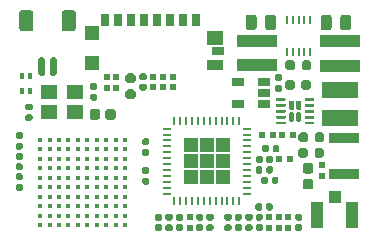
<source format=gbr>
%TF.GenerationSoftware,KiCad,Pcbnew,(5.1.6)-1*%
%TF.CreationDate,2020-08-10T23:05:38-07:00*%
%TF.ProjectId,Wire-Free-DAQ,57697265-2d46-4726-9565-2d4441512e6b,rev?*%
%TF.SameCoordinates,Original*%
%TF.FileFunction,Paste,Top*%
%TF.FilePolarity,Positive*%
%FSLAX46Y46*%
G04 Gerber Fmt 4.6, Leading zero omitted, Abs format (unit mm)*
G04 Created by KiCad (PCBNEW (5.1.6)-1) date 2020-08-10 23:05:38*
%MOMM*%
%LPD*%
G01*
G04 APERTURE LIST*
%ADD10R,1.170000X1.170000*%
%ADD11R,0.780000X0.260000*%
%ADD12R,0.260000X0.780000*%
%ADD13R,1.060000X0.650000*%
%ADD14C,0.370000*%
%ADD15R,0.260000X0.660000*%
%ADD16R,0.400000X0.500000*%
%ADD17R,1.050000X2.200000*%
%ADD18R,1.000000X1.050000*%
%ADD19R,1.400000X1.200000*%
%ADD20R,0.560000X0.490000*%
%ADD21R,0.490000X0.560000*%
%ADD22R,3.400000X1.000000*%
%ADD23R,2.620000X0.870000*%
%ADD24R,3.130000X1.470000*%
%ADD25R,1.400000X0.900000*%
%ADD26R,1.000000X0.700000*%
%ADD27R,1.450000X1.200000*%
%ADD28R,0.700000X1.000000*%
%ADD29R,1.150000X1.200000*%
G04 APERTURE END LIST*
D10*
%TO.C,U1*%
X136506600Y-58579700D03*
X135136600Y-58579700D03*
X137876600Y-58579700D03*
X135136600Y-57209700D03*
X137876600Y-57209700D03*
X137876600Y-55839700D03*
X136506600Y-57209700D03*
X136506600Y-55839700D03*
X135136600Y-55839700D03*
D11*
X139891600Y-54459700D03*
X139891600Y-54959700D03*
X139891600Y-55459700D03*
X139891600Y-55959700D03*
X139891600Y-56459700D03*
X139891600Y-56959700D03*
X139891600Y-57459700D03*
X139891600Y-57959700D03*
X139891600Y-58459700D03*
X139891600Y-58959700D03*
X139891600Y-59459700D03*
X139891600Y-59959700D03*
D12*
X139256600Y-60594700D03*
X138756600Y-60594700D03*
X138256600Y-60594700D03*
X137756600Y-60594700D03*
X137256600Y-60594700D03*
X136756600Y-60594700D03*
X136256600Y-60594700D03*
X135756600Y-60594700D03*
X135256600Y-60594700D03*
X134756600Y-60594700D03*
X134256600Y-60594700D03*
X133756600Y-60594700D03*
D11*
X133121600Y-59959700D03*
X133121600Y-59459700D03*
X133121600Y-58959700D03*
X133121600Y-58459700D03*
X133121600Y-57959700D03*
X133121600Y-57459700D03*
X133121600Y-56959700D03*
X133121600Y-56459700D03*
X133121600Y-55959700D03*
X133121600Y-55459700D03*
X133121600Y-54959700D03*
X133121600Y-54459700D03*
D12*
X133756600Y-53824700D03*
X134256600Y-53824700D03*
X134756600Y-53824700D03*
X135256600Y-53824700D03*
X135756600Y-53824700D03*
X136256600Y-53824700D03*
X136756600Y-53824700D03*
X137256600Y-53824700D03*
X137756600Y-53824700D03*
X138256600Y-53824700D03*
X138756600Y-53824700D03*
X139256600Y-53824700D03*
%TD*%
%TO.C,J1*%
G36*
G01*
X121822600Y-44685599D02*
X121822600Y-45985601D01*
G75*
G02*
X121572601Y-46235600I-249999J0D01*
G01*
X120872599Y-46235600D01*
G75*
G02*
X120622600Y-45985601I0J249999D01*
G01*
X120622600Y-44685599D01*
G75*
G02*
X120872599Y-44435600I249999J0D01*
G01*
X121572601Y-44435600D01*
G75*
G02*
X121822600Y-44685599I0J-249999D01*
G01*
G37*
G36*
G01*
X125422600Y-44685599D02*
X125422600Y-45985601D01*
G75*
G02*
X125172601Y-46235600I-249999J0D01*
G01*
X124472599Y-46235600D01*
G75*
G02*
X124222600Y-45985601I0J249999D01*
G01*
X124222600Y-44685599D01*
G75*
G02*
X124472599Y-44435600I249999J0D01*
G01*
X125172601Y-44435600D01*
G75*
G02*
X125422600Y-44685599I0J-249999D01*
G01*
G37*
G36*
G01*
X122822600Y-48585600D02*
X122822600Y-49835600D01*
G75*
G02*
X122672600Y-49985600I-150000J0D01*
G01*
X122372600Y-49985600D01*
G75*
G02*
X122222600Y-49835600I0J150000D01*
G01*
X122222600Y-48585600D01*
G75*
G02*
X122372600Y-48435600I150000J0D01*
G01*
X122672600Y-48435600D01*
G75*
G02*
X122822600Y-48585600I0J-150000D01*
G01*
G37*
G36*
G01*
X123822600Y-48585600D02*
X123822600Y-49835600D01*
G75*
G02*
X123672600Y-49985600I-150000J0D01*
G01*
X123372600Y-49985600D01*
G75*
G02*
X123222600Y-49835600I0J150000D01*
G01*
X123222600Y-48585600D01*
G75*
G02*
X123372600Y-48435600I150000J0D01*
G01*
X123672600Y-48435600D01*
G75*
G02*
X123822600Y-48585600I0J-150000D01*
G01*
G37*
%TD*%
%TO.C,C62*%
G36*
G01*
X129825900Y-51143200D02*
X130290900Y-51143200D01*
G75*
G02*
X130493400Y-51345700I0J-202500D01*
G01*
X130493400Y-51750700D01*
G75*
G02*
X130290900Y-51953200I-202500J0D01*
G01*
X129825900Y-51953200D01*
G75*
G02*
X129623400Y-51750700I0J202500D01*
G01*
X129623400Y-51345700D01*
G75*
G02*
X129825900Y-51143200I202500J0D01*
G01*
G37*
G36*
G01*
X129825900Y-49783200D02*
X130290900Y-49783200D01*
G75*
G02*
X130493400Y-49985700I0J-202500D01*
G01*
X130493400Y-50390700D01*
G75*
G02*
X130290900Y-50593200I-202500J0D01*
G01*
X129825900Y-50593200D01*
G75*
G02*
X129623400Y-50390700I0J202500D01*
G01*
X129623400Y-49985700D01*
G75*
G02*
X129825900Y-49783200I202500J0D01*
G01*
G37*
%TD*%
D13*
%TO.C,U5*%
X139118400Y-52377000D03*
X139118400Y-50477000D03*
X141318400Y-50477000D03*
X141318400Y-51427000D03*
X141318400Y-52377000D03*
%TD*%
D14*
%TO.C,U4*%
X129594400Y-62621600D03*
X128794400Y-62621600D03*
X127994400Y-62621600D03*
X127194400Y-62621600D03*
X126394400Y-62621600D03*
X125594400Y-62621600D03*
X124794400Y-62621600D03*
X123994400Y-62621600D03*
X123194400Y-62621600D03*
X122394400Y-62621600D03*
X129594400Y-61821600D03*
X128794400Y-61821600D03*
X127994400Y-61821600D03*
X127194400Y-61821600D03*
X126394400Y-61821600D03*
X125594400Y-61821600D03*
X124794400Y-61821600D03*
X123994400Y-61821600D03*
X123194400Y-61821600D03*
X122394400Y-61821600D03*
X129594400Y-61021600D03*
X128794400Y-61021600D03*
X127994400Y-61021600D03*
X127194400Y-61021600D03*
X126394400Y-61021600D03*
X125594400Y-61021600D03*
X124794400Y-61021600D03*
X123994400Y-61021600D03*
X123194400Y-61021600D03*
X122394400Y-61021600D03*
X129594400Y-60221600D03*
X128794400Y-60221600D03*
X127994400Y-60221600D03*
X127194400Y-60221600D03*
X126394400Y-60221600D03*
X125594400Y-60221600D03*
X124794400Y-60221600D03*
X123994400Y-60221600D03*
X123194400Y-60221600D03*
X122394400Y-60221600D03*
X129594400Y-59421600D03*
X128794400Y-59421600D03*
X127994400Y-59421600D03*
X127194400Y-59421600D03*
X126394400Y-59421600D03*
X125594400Y-59421600D03*
X124794400Y-59421600D03*
X123994400Y-59421600D03*
X123194400Y-59421600D03*
X122394400Y-59421600D03*
X129594400Y-58621600D03*
X128794400Y-58621600D03*
X127994400Y-58621600D03*
X127194400Y-58621600D03*
X126394400Y-58621600D03*
X125594400Y-58621600D03*
X124794400Y-58621600D03*
X123994400Y-58621600D03*
X123194400Y-58621600D03*
X122394400Y-58621600D03*
X129594400Y-57821600D03*
X128794400Y-57821600D03*
X127994400Y-57821600D03*
X127194400Y-57821600D03*
X126394400Y-57821600D03*
X125594400Y-57821600D03*
X124794400Y-57821600D03*
X123994400Y-57821600D03*
X123194400Y-57821600D03*
X122394400Y-57821600D03*
X129594400Y-57021600D03*
X128794400Y-57021600D03*
X127994400Y-57021600D03*
X127194400Y-57021600D03*
X126394400Y-57021600D03*
X125594400Y-57021600D03*
X124794400Y-57021600D03*
X123994400Y-57021600D03*
X123194400Y-57021600D03*
X122394400Y-57021600D03*
X129594400Y-56221600D03*
X128794400Y-56221600D03*
X127994400Y-56221600D03*
X127194400Y-56221600D03*
X126394400Y-56221600D03*
X125594400Y-56221600D03*
X124794400Y-56221600D03*
X123994400Y-56221600D03*
X123194400Y-56221600D03*
X122394400Y-56221600D03*
X129594400Y-55421600D03*
X128794400Y-55421600D03*
X127994400Y-55421600D03*
X127194400Y-55421600D03*
X126394400Y-55421600D03*
X125594400Y-55421600D03*
X124794400Y-55421600D03*
X123994400Y-55421600D03*
X123194400Y-55421600D03*
X122394400Y-55421600D03*
%TD*%
D15*
%TO.C,U2*%
X145278500Y-47930000D03*
X144778500Y-47930000D03*
X144278500Y-47930000D03*
X143778500Y-47930000D03*
X143278500Y-47930000D03*
X143278500Y-45260000D03*
X143778500Y-45260000D03*
X144278500Y-45260000D03*
X144778500Y-45260000D03*
X145278500Y-45260000D03*
%TD*%
D16*
%TO.C,D1*%
X120843800Y-50015000D03*
X121543800Y-50015000D03*
X121543800Y-51315000D03*
X120843800Y-51315000D03*
%TD*%
D17*
%TO.C,J3*%
X148813000Y-61757200D03*
D18*
X147338000Y-60232200D03*
D17*
X145863000Y-61757200D03*
%TD*%
D19*
%TO.C,Y1*%
X123116400Y-51364400D03*
X125316400Y-51364400D03*
X125316400Y-53064400D03*
X123116400Y-53064400D03*
%TD*%
%TO.C,U3*%
G36*
G01*
X143923000Y-52199400D02*
X143923000Y-52769400D01*
G75*
G02*
X143803000Y-52889400I-120000J0D01*
G01*
X143563000Y-52889400D01*
G75*
G02*
X143443000Y-52769400I0J120000D01*
G01*
X143443000Y-52199400D01*
G75*
G02*
X143563000Y-52079400I120000J0D01*
G01*
X143803000Y-52079400D01*
G75*
G02*
X143923000Y-52199400I0J-120000D01*
G01*
G37*
G36*
G01*
X143923000Y-53199400D02*
X143923000Y-53769400D01*
G75*
G02*
X143803000Y-53889400I-120000J0D01*
G01*
X143563000Y-53889400D01*
G75*
G02*
X143443000Y-53769400I0J120000D01*
G01*
X143443000Y-53199400D01*
G75*
G02*
X143563000Y-53079400I120000J0D01*
G01*
X143803000Y-53079400D01*
G75*
G02*
X143923000Y-53199400I0J-120000D01*
G01*
G37*
G36*
G01*
X144523000Y-52199400D02*
X144523000Y-52769400D01*
G75*
G02*
X144403000Y-52889400I-120000J0D01*
G01*
X144163000Y-52889400D01*
G75*
G02*
X144043000Y-52769400I0J120000D01*
G01*
X144043000Y-52199400D01*
G75*
G02*
X144163000Y-52079400I120000J0D01*
G01*
X144403000Y-52079400D01*
G75*
G02*
X144523000Y-52199400I0J-120000D01*
G01*
G37*
G36*
G01*
X144523000Y-53199400D02*
X144523000Y-53769400D01*
G75*
G02*
X144403000Y-53889400I-120000J0D01*
G01*
X144163000Y-53889400D01*
G75*
G02*
X144043000Y-53769400I0J120000D01*
G01*
X144043000Y-53199400D01*
G75*
G02*
X144163000Y-53079400I120000J0D01*
G01*
X144403000Y-53079400D01*
G75*
G02*
X144523000Y-53199400I0J-120000D01*
G01*
G37*
G36*
G01*
X143183000Y-53921900D02*
X143183000Y-54046900D01*
G75*
G02*
X143120500Y-54109400I-62500J0D01*
G01*
X142420500Y-54109400D01*
G75*
G02*
X142358000Y-54046900I0J62500D01*
G01*
X142358000Y-53921900D01*
G75*
G02*
X142420500Y-53859400I62500J0D01*
G01*
X143120500Y-53859400D01*
G75*
G02*
X143183000Y-53921900I0J-62500D01*
G01*
G37*
G36*
G01*
X143183000Y-53421900D02*
X143183000Y-53546900D01*
G75*
G02*
X143120500Y-53609400I-62500J0D01*
G01*
X142420500Y-53609400D01*
G75*
G02*
X142358000Y-53546900I0J62500D01*
G01*
X142358000Y-53421900D01*
G75*
G02*
X142420500Y-53359400I62500J0D01*
G01*
X143120500Y-53359400D01*
G75*
G02*
X143183000Y-53421900I0J-62500D01*
G01*
G37*
G36*
G01*
X143183000Y-52921900D02*
X143183000Y-53046900D01*
G75*
G02*
X143120500Y-53109400I-62500J0D01*
G01*
X142420500Y-53109400D01*
G75*
G02*
X142358000Y-53046900I0J62500D01*
G01*
X142358000Y-52921900D01*
G75*
G02*
X142420500Y-52859400I62500J0D01*
G01*
X143120500Y-52859400D01*
G75*
G02*
X143183000Y-52921900I0J-62500D01*
G01*
G37*
G36*
G01*
X143183000Y-52421900D02*
X143183000Y-52546900D01*
G75*
G02*
X143120500Y-52609400I-62500J0D01*
G01*
X142420500Y-52609400D01*
G75*
G02*
X142358000Y-52546900I0J62500D01*
G01*
X142358000Y-52421900D01*
G75*
G02*
X142420500Y-52359400I62500J0D01*
G01*
X143120500Y-52359400D01*
G75*
G02*
X143183000Y-52421900I0J-62500D01*
G01*
G37*
G36*
G01*
X143183000Y-51921900D02*
X143183000Y-52046900D01*
G75*
G02*
X143120500Y-52109400I-62500J0D01*
G01*
X142420500Y-52109400D01*
G75*
G02*
X142358000Y-52046900I0J62500D01*
G01*
X142358000Y-51921900D01*
G75*
G02*
X142420500Y-51859400I62500J0D01*
G01*
X143120500Y-51859400D01*
G75*
G02*
X143183000Y-51921900I0J-62500D01*
G01*
G37*
G36*
G01*
X145608000Y-51921900D02*
X145608000Y-52046900D01*
G75*
G02*
X145545500Y-52109400I-62500J0D01*
G01*
X144845500Y-52109400D01*
G75*
G02*
X144783000Y-52046900I0J62500D01*
G01*
X144783000Y-51921900D01*
G75*
G02*
X144845500Y-51859400I62500J0D01*
G01*
X145545500Y-51859400D01*
G75*
G02*
X145608000Y-51921900I0J-62500D01*
G01*
G37*
G36*
G01*
X145608000Y-52421900D02*
X145608000Y-52546900D01*
G75*
G02*
X145545500Y-52609400I-62500J0D01*
G01*
X144845500Y-52609400D01*
G75*
G02*
X144783000Y-52546900I0J62500D01*
G01*
X144783000Y-52421900D01*
G75*
G02*
X144845500Y-52359400I62500J0D01*
G01*
X145545500Y-52359400D01*
G75*
G02*
X145608000Y-52421900I0J-62500D01*
G01*
G37*
G36*
G01*
X145608000Y-52921900D02*
X145608000Y-53046900D01*
G75*
G02*
X145545500Y-53109400I-62500J0D01*
G01*
X144845500Y-53109400D01*
G75*
G02*
X144783000Y-53046900I0J62500D01*
G01*
X144783000Y-52921900D01*
G75*
G02*
X144845500Y-52859400I62500J0D01*
G01*
X145545500Y-52859400D01*
G75*
G02*
X145608000Y-52921900I0J-62500D01*
G01*
G37*
G36*
G01*
X145608000Y-53421900D02*
X145608000Y-53546900D01*
G75*
G02*
X145545500Y-53609400I-62500J0D01*
G01*
X144845500Y-53609400D01*
G75*
G02*
X144783000Y-53546900I0J62500D01*
G01*
X144783000Y-53421900D01*
G75*
G02*
X144845500Y-53359400I62500J0D01*
G01*
X145545500Y-53359400D01*
G75*
G02*
X145608000Y-53421900I0J-62500D01*
G01*
G37*
G36*
G01*
X145608000Y-53921900D02*
X145608000Y-54046900D01*
G75*
G02*
X145545500Y-54109400I-62500J0D01*
G01*
X144845500Y-54109400D01*
G75*
G02*
X144783000Y-54046900I0J62500D01*
G01*
X144783000Y-53921900D01*
G75*
G02*
X144845500Y-53859400I62500J0D01*
G01*
X145545500Y-53859400D01*
G75*
G02*
X145608000Y-53921900I0J-62500D01*
G01*
G37*
%TD*%
D20*
%TO.C,R26*%
X128851900Y-50070300D03*
X128851900Y-50980300D03*
%TD*%
%TO.C,R25*%
X128039100Y-50070300D03*
X128039100Y-50980300D03*
%TD*%
%TO.C,R24*%
X133614400Y-50057600D03*
X133614400Y-50967600D03*
%TD*%
%TO.C,R23*%
X132776200Y-50057600D03*
X132776200Y-50967600D03*
%TD*%
%TO.C,R22*%
X131938000Y-50057600D03*
X131938000Y-50967600D03*
%TD*%
D21*
%TO.C,R17*%
X142121200Y-55008400D03*
X141211200Y-55008400D03*
%TD*%
%TO.C,R16*%
X143772200Y-55008400D03*
X142862200Y-55008400D03*
%TD*%
D20*
%TO.C,R15*%
X146220400Y-58486000D03*
X146220400Y-57576000D03*
%TD*%
%TO.C,R12*%
X141793200Y-62854800D03*
X141793200Y-61944800D03*
%TD*%
%TO.C,R9*%
X143418800Y-62854800D03*
X143418800Y-61944800D03*
%TD*%
%TO.C,R8*%
X142606000Y-61944800D03*
X142606000Y-62854800D03*
%TD*%
D21*
%TO.C,R5*%
X142633600Y-57065800D03*
X143543600Y-57065800D03*
%TD*%
D20*
%TO.C,R4*%
X135062200Y-61942600D03*
X135062200Y-62852600D03*
%TD*%
%TO.C,L10*%
G36*
G01*
X127476200Y-53018300D02*
X127476200Y-53493300D01*
G75*
G02*
X127253700Y-53715800I-222500J0D01*
G01*
X126808700Y-53715800D01*
G75*
G02*
X126586200Y-53493300I0J222500D01*
G01*
X126586200Y-53018300D01*
G75*
G02*
X126808700Y-52795800I222500J0D01*
G01*
X127253700Y-52795800D01*
G75*
G02*
X127476200Y-53018300I0J-222500D01*
G01*
G37*
G36*
G01*
X128806200Y-53018300D02*
X128806200Y-53493300D01*
G75*
G02*
X128583700Y-53715800I-222500J0D01*
G01*
X128138700Y-53715800D01*
G75*
G02*
X127916200Y-53493300I0J222500D01*
G01*
X127916200Y-53018300D01*
G75*
G02*
X128138700Y-52795800I222500J0D01*
G01*
X128583700Y-52795800D01*
G75*
G02*
X128806200Y-53018300I0J-222500D01*
G01*
G37*
%TD*%
D22*
%TO.C,L8*%
X147820600Y-47024200D03*
X147820600Y-49124200D03*
%TD*%
%TO.C,L7*%
X140759400Y-46998800D03*
X140759400Y-49098800D03*
%TD*%
D23*
%TO.C,L6*%
X148148400Y-55251600D03*
X148148400Y-58301600D03*
%TD*%
D24*
%TO.C,L5*%
X147820600Y-53546800D03*
X147820600Y-51186800D03*
%TD*%
%TO.C,L4*%
G36*
G01*
X145314900Y-58268200D02*
X144839900Y-58268200D01*
G75*
G02*
X144617400Y-58045700I0J222500D01*
G01*
X144617400Y-57600700D01*
G75*
G02*
X144839900Y-57378200I222500J0D01*
G01*
X145314900Y-57378200D01*
G75*
G02*
X145537400Y-57600700I0J-222500D01*
G01*
X145537400Y-58045700D01*
G75*
G02*
X145314900Y-58268200I-222500J0D01*
G01*
G37*
G36*
G01*
X145314900Y-59598200D02*
X144839900Y-59598200D01*
G75*
G02*
X144617400Y-59375700I0J222500D01*
G01*
X144617400Y-58930700D01*
G75*
G02*
X144839900Y-58708200I222500J0D01*
G01*
X145314900Y-58708200D01*
G75*
G02*
X145537400Y-58930700I0J-222500D01*
G01*
X145537400Y-59375700D01*
G75*
G02*
X145314900Y-59598200I-222500J0D01*
G01*
G37*
%TD*%
D25*
%TO.C,J8*%
X137242400Y-49070200D03*
D26*
X137442400Y-47920200D03*
D27*
X137217400Y-46770200D03*
D28*
X135592400Y-45280200D03*
X134492400Y-45280200D03*
X128992400Y-45280200D03*
X130092400Y-45280200D03*
X133392400Y-45280200D03*
X132292400Y-45280200D03*
X131192400Y-45280200D03*
X127892400Y-45280200D03*
D29*
X126817400Y-46330200D03*
X126817400Y-48920200D03*
%TD*%
%TO.C,C54*%
G36*
G01*
X120805000Y-55348200D02*
X120465000Y-55348200D01*
G75*
G02*
X120320000Y-55203200I0J145000D01*
G01*
X120320000Y-54913200D01*
G75*
G02*
X120465000Y-54768200I145000J0D01*
G01*
X120805000Y-54768200D01*
G75*
G02*
X120950000Y-54913200I0J-145000D01*
G01*
X120950000Y-55203200D01*
G75*
G02*
X120805000Y-55348200I-145000J0D01*
G01*
G37*
G36*
G01*
X120805000Y-56238200D02*
X120465000Y-56238200D01*
G75*
G02*
X120320000Y-56093200I0J145000D01*
G01*
X120320000Y-55803200D01*
G75*
G02*
X120465000Y-55658200I145000J0D01*
G01*
X120805000Y-55658200D01*
G75*
G02*
X120950000Y-55803200I0J-145000D01*
G01*
X120950000Y-56093200D01*
G75*
G02*
X120805000Y-56238200I-145000J0D01*
G01*
G37*
%TD*%
%TO.C,C53*%
G36*
G01*
X130929800Y-50667600D02*
X131269800Y-50667600D01*
G75*
G02*
X131414800Y-50812600I0J-145000D01*
G01*
X131414800Y-51102600D01*
G75*
G02*
X131269800Y-51247600I-145000J0D01*
G01*
X130929800Y-51247600D01*
G75*
G02*
X130784800Y-51102600I0J145000D01*
G01*
X130784800Y-50812600D01*
G75*
G02*
X130929800Y-50667600I145000J0D01*
G01*
G37*
G36*
G01*
X130929800Y-49777600D02*
X131269800Y-49777600D01*
G75*
G02*
X131414800Y-49922600I0J-145000D01*
G01*
X131414800Y-50212600D01*
G75*
G02*
X131269800Y-50357600I-145000J0D01*
G01*
X130929800Y-50357600D01*
G75*
G02*
X130784800Y-50212600I0J145000D01*
G01*
X130784800Y-49922600D01*
G75*
G02*
X130929800Y-49777600I145000J0D01*
G01*
G37*
%TD*%
%TO.C,C47*%
G36*
G01*
X120465000Y-57398600D02*
X120805000Y-57398600D01*
G75*
G02*
X120950000Y-57543600I0J-145000D01*
G01*
X120950000Y-57833600D01*
G75*
G02*
X120805000Y-57978600I-145000J0D01*
G01*
X120465000Y-57978600D01*
G75*
G02*
X120320000Y-57833600I0J145000D01*
G01*
X120320000Y-57543600D01*
G75*
G02*
X120465000Y-57398600I145000J0D01*
G01*
G37*
G36*
G01*
X120465000Y-56508600D02*
X120805000Y-56508600D01*
G75*
G02*
X120950000Y-56653600I0J-145000D01*
G01*
X120950000Y-56943600D01*
G75*
G02*
X120805000Y-57088600I-145000J0D01*
G01*
X120465000Y-57088600D01*
G75*
G02*
X120320000Y-56943600I0J145000D01*
G01*
X120320000Y-56653600D01*
G75*
G02*
X120465000Y-56508600I145000J0D01*
G01*
G37*
%TD*%
%TO.C,C45*%
G36*
G01*
X120805000Y-58829000D02*
X120465000Y-58829000D01*
G75*
G02*
X120320000Y-58684000I0J145000D01*
G01*
X120320000Y-58394000D01*
G75*
G02*
X120465000Y-58249000I145000J0D01*
G01*
X120805000Y-58249000D01*
G75*
G02*
X120950000Y-58394000I0J-145000D01*
G01*
X120950000Y-58684000D01*
G75*
G02*
X120805000Y-58829000I-145000J0D01*
G01*
G37*
G36*
G01*
X120805000Y-59719000D02*
X120465000Y-59719000D01*
G75*
G02*
X120320000Y-59574000I0J145000D01*
G01*
X120320000Y-59284000D01*
G75*
G02*
X120465000Y-59139000I145000J0D01*
G01*
X120805000Y-59139000D01*
G75*
G02*
X120950000Y-59284000I0J-145000D01*
G01*
X120950000Y-59574000D01*
G75*
G02*
X120805000Y-59719000I-145000J0D01*
G01*
G37*
%TD*%
%TO.C,C44*%
G36*
G01*
X127104200Y-51195800D02*
X126764200Y-51195800D01*
G75*
G02*
X126619200Y-51050800I0J145000D01*
G01*
X126619200Y-50760800D01*
G75*
G02*
X126764200Y-50615800I145000J0D01*
G01*
X127104200Y-50615800D01*
G75*
G02*
X127249200Y-50760800I0J-145000D01*
G01*
X127249200Y-51050800D01*
G75*
G02*
X127104200Y-51195800I-145000J0D01*
G01*
G37*
G36*
G01*
X127104200Y-52085800D02*
X126764200Y-52085800D01*
G75*
G02*
X126619200Y-51940800I0J145000D01*
G01*
X126619200Y-51650800D01*
G75*
G02*
X126764200Y-51505800I145000J0D01*
G01*
X127104200Y-51505800D01*
G75*
G02*
X127249200Y-51650800I0J-145000D01*
G01*
X127249200Y-51940800D01*
G75*
G02*
X127104200Y-52085800I-145000J0D01*
G01*
G37*
%TD*%
%TO.C,C43*%
G36*
G01*
X121277800Y-53233000D02*
X121617800Y-53233000D01*
G75*
G02*
X121762800Y-53378000I0J-145000D01*
G01*
X121762800Y-53668000D01*
G75*
G02*
X121617800Y-53813000I-145000J0D01*
G01*
X121277800Y-53813000D01*
G75*
G02*
X121132800Y-53668000I0J145000D01*
G01*
X121132800Y-53378000D01*
G75*
G02*
X121277800Y-53233000I145000J0D01*
G01*
G37*
G36*
G01*
X121277800Y-52343000D02*
X121617800Y-52343000D01*
G75*
G02*
X121762800Y-52488000I0J-145000D01*
G01*
X121762800Y-52778000D01*
G75*
G02*
X121617800Y-52923000I-145000J0D01*
G01*
X121277800Y-52923000D01*
G75*
G02*
X121132800Y-52778000I0J145000D01*
G01*
X121132800Y-52488000D01*
G75*
G02*
X121277800Y-52343000I145000J0D01*
G01*
G37*
%TD*%
%TO.C,C42*%
G36*
G01*
X145079600Y-56282500D02*
X145079600Y-56747500D01*
G75*
G02*
X144877100Y-56950000I-202500J0D01*
G01*
X144472100Y-56950000D01*
G75*
G02*
X144269600Y-56747500I0J202500D01*
G01*
X144269600Y-56282500D01*
G75*
G02*
X144472100Y-56080000I202500J0D01*
G01*
X144877100Y-56080000D01*
G75*
G02*
X145079600Y-56282500I0J-202500D01*
G01*
G37*
G36*
G01*
X146439600Y-56282500D02*
X146439600Y-56747500D01*
G75*
G02*
X146237100Y-56950000I-202500J0D01*
G01*
X145832100Y-56950000D01*
G75*
G02*
X145629600Y-56747500I0J202500D01*
G01*
X145629600Y-56282500D01*
G75*
G02*
X145832100Y-56080000I202500J0D01*
G01*
X146237100Y-56080000D01*
G75*
G02*
X146439600Y-56282500I0J-202500D01*
G01*
G37*
%TD*%
%TO.C,C40*%
G36*
G01*
X145079600Y-54961700D02*
X145079600Y-55426700D01*
G75*
G02*
X144877100Y-55629200I-202500J0D01*
G01*
X144472100Y-55629200D01*
G75*
G02*
X144269600Y-55426700I0J202500D01*
G01*
X144269600Y-54961700D01*
G75*
G02*
X144472100Y-54759200I202500J0D01*
G01*
X144877100Y-54759200D01*
G75*
G02*
X145079600Y-54961700I0J-202500D01*
G01*
G37*
G36*
G01*
X146439600Y-54961700D02*
X146439600Y-55426700D01*
G75*
G02*
X146237100Y-55629200I-202500J0D01*
G01*
X145832100Y-55629200D01*
G75*
G02*
X145629600Y-55426700I0J202500D01*
G01*
X145629600Y-54961700D01*
G75*
G02*
X145832100Y-54759200I202500J0D01*
G01*
X146237100Y-54759200D01*
G75*
G02*
X146439600Y-54961700I0J-202500D01*
G01*
G37*
%TD*%
%TO.C,C39*%
G36*
G01*
X147794600Y-45910900D02*
X147794600Y-45055900D01*
G75*
G02*
X148027100Y-44823400I232500J0D01*
G01*
X148492100Y-44823400D01*
G75*
G02*
X148724600Y-45055900I0J-232500D01*
G01*
X148724600Y-45910900D01*
G75*
G02*
X148492100Y-46143400I-232500J0D01*
G01*
X148027100Y-46143400D01*
G75*
G02*
X147794600Y-45910900I0J232500D01*
G01*
G37*
G36*
G01*
X146154600Y-45910900D02*
X146154600Y-45055900D01*
G75*
G02*
X146387100Y-44823400I232500J0D01*
G01*
X146852100Y-44823400D01*
G75*
G02*
X147084600Y-45055900I0J-232500D01*
G01*
X147084600Y-45910900D01*
G75*
G02*
X146852100Y-46143400I-232500J0D01*
G01*
X146387100Y-46143400D01*
G75*
G02*
X146154600Y-45910900I0J232500D01*
G01*
G37*
%TD*%
%TO.C,C38*%
G36*
G01*
X140734600Y-45030500D02*
X140734600Y-45885500D01*
G75*
G02*
X140502100Y-46118000I-232500J0D01*
G01*
X140037100Y-46118000D01*
G75*
G02*
X139804600Y-45885500I0J232500D01*
G01*
X139804600Y-45030500D01*
G75*
G02*
X140037100Y-44798000I232500J0D01*
G01*
X140502100Y-44798000D01*
G75*
G02*
X140734600Y-45030500I0J-232500D01*
G01*
G37*
G36*
G01*
X142374600Y-45030500D02*
X142374600Y-45885500D01*
G75*
G02*
X142142100Y-46118000I-232500J0D01*
G01*
X141677100Y-46118000D01*
G75*
G02*
X141444600Y-45885500I0J232500D01*
G01*
X141444600Y-45030500D01*
G75*
G02*
X141677100Y-44798000I232500J0D01*
G01*
X142142100Y-44798000D01*
G75*
G02*
X142374600Y-45030500I0J-232500D01*
G01*
G37*
%TD*%
%TO.C,C36*%
G36*
G01*
X142740200Y-50441800D02*
X142400200Y-50441800D01*
G75*
G02*
X142255200Y-50296800I0J145000D01*
G01*
X142255200Y-50006800D01*
G75*
G02*
X142400200Y-49861800I145000J0D01*
G01*
X142740200Y-49861800D01*
G75*
G02*
X142885200Y-50006800I0J-145000D01*
G01*
X142885200Y-50296800D01*
G75*
G02*
X142740200Y-50441800I-145000J0D01*
G01*
G37*
G36*
G01*
X142740200Y-51331800D02*
X142400200Y-51331800D01*
G75*
G02*
X142255200Y-51186800I0J145000D01*
G01*
X142255200Y-50896800D01*
G75*
G02*
X142400200Y-50751800I145000J0D01*
G01*
X142740200Y-50751800D01*
G75*
G02*
X142885200Y-50896800I0J-145000D01*
G01*
X142885200Y-51186800D01*
G75*
G02*
X142740200Y-51331800I-145000J0D01*
G01*
G37*
%TD*%
%TO.C,C35*%
G36*
G01*
X143982000Y-48857700D02*
X143982000Y-49322700D01*
G75*
G02*
X143779500Y-49525200I-202500J0D01*
G01*
X143374500Y-49525200D01*
G75*
G02*
X143172000Y-49322700I0J202500D01*
G01*
X143172000Y-48857700D01*
G75*
G02*
X143374500Y-48655200I202500J0D01*
G01*
X143779500Y-48655200D01*
G75*
G02*
X143982000Y-48857700I0J-202500D01*
G01*
G37*
G36*
G01*
X145342000Y-48857700D02*
X145342000Y-49322700D01*
G75*
G02*
X145139500Y-49525200I-202500J0D01*
G01*
X144734500Y-49525200D01*
G75*
G02*
X144532000Y-49322700I0J202500D01*
G01*
X144532000Y-48857700D01*
G75*
G02*
X144734500Y-48655200I202500J0D01*
G01*
X145139500Y-48655200D01*
G75*
G02*
X145342000Y-48857700I0J-202500D01*
G01*
G37*
%TD*%
%TO.C,C34*%
G36*
G01*
X143956600Y-50534100D02*
X143956600Y-50999100D01*
G75*
G02*
X143754100Y-51201600I-202500J0D01*
G01*
X143349100Y-51201600D01*
G75*
G02*
X143146600Y-50999100I0J202500D01*
G01*
X143146600Y-50534100D01*
G75*
G02*
X143349100Y-50331600I202500J0D01*
G01*
X143754100Y-50331600D01*
G75*
G02*
X143956600Y-50534100I0J-202500D01*
G01*
G37*
G36*
G01*
X145316600Y-50534100D02*
X145316600Y-50999100D01*
G75*
G02*
X145114100Y-51201600I-202500J0D01*
G01*
X144709100Y-51201600D01*
G75*
G02*
X144506600Y-50999100I0J202500D01*
G01*
X144506600Y-50534100D01*
G75*
G02*
X144709100Y-50331600I202500J0D01*
G01*
X145114100Y-50331600D01*
G75*
G02*
X145316600Y-50534100I0J-202500D01*
G01*
G37*
%TD*%
%TO.C,C30*%
G36*
G01*
X132590600Y-62244800D02*
X132250600Y-62244800D01*
G75*
G02*
X132105600Y-62099800I0J145000D01*
G01*
X132105600Y-61809800D01*
G75*
G02*
X132250600Y-61664800I145000J0D01*
G01*
X132590600Y-61664800D01*
G75*
G02*
X132735600Y-61809800I0J-145000D01*
G01*
X132735600Y-62099800D01*
G75*
G02*
X132590600Y-62244800I-145000J0D01*
G01*
G37*
G36*
G01*
X132590600Y-63134800D02*
X132250600Y-63134800D01*
G75*
G02*
X132105600Y-62989800I0J145000D01*
G01*
X132105600Y-62699800D01*
G75*
G02*
X132250600Y-62554800I145000J0D01*
G01*
X132590600Y-62554800D01*
G75*
G02*
X132735600Y-62699800I0J-145000D01*
G01*
X132735600Y-62989800D01*
G75*
G02*
X132590600Y-63134800I-145000J0D01*
G01*
G37*
%TD*%
%TO.C,C27*%
G36*
G01*
X140236000Y-62244800D02*
X139896000Y-62244800D01*
G75*
G02*
X139751000Y-62099800I0J145000D01*
G01*
X139751000Y-61809800D01*
G75*
G02*
X139896000Y-61664800I145000J0D01*
G01*
X140236000Y-61664800D01*
G75*
G02*
X140381000Y-61809800I0J-145000D01*
G01*
X140381000Y-62099800D01*
G75*
G02*
X140236000Y-62244800I-145000J0D01*
G01*
G37*
G36*
G01*
X140236000Y-63134800D02*
X139896000Y-63134800D01*
G75*
G02*
X139751000Y-62989800I0J145000D01*
G01*
X139751000Y-62699800D01*
G75*
G02*
X139896000Y-62554800I145000J0D01*
G01*
X140236000Y-62554800D01*
G75*
G02*
X140381000Y-62699800I0J-145000D01*
G01*
X140381000Y-62989800D01*
G75*
G02*
X140236000Y-63134800I-145000J0D01*
G01*
G37*
%TD*%
%TO.C,C23*%
G36*
G01*
X133479600Y-62244800D02*
X133139600Y-62244800D01*
G75*
G02*
X132994600Y-62099800I0J145000D01*
G01*
X132994600Y-61809800D01*
G75*
G02*
X133139600Y-61664800I145000J0D01*
G01*
X133479600Y-61664800D01*
G75*
G02*
X133624600Y-61809800I0J-145000D01*
G01*
X133624600Y-62099800D01*
G75*
G02*
X133479600Y-62244800I-145000J0D01*
G01*
G37*
G36*
G01*
X133479600Y-63134800D02*
X133139600Y-63134800D01*
G75*
G02*
X132994600Y-62989800I0J145000D01*
G01*
X132994600Y-62699800D01*
G75*
G02*
X133139600Y-62554800I145000J0D01*
G01*
X133479600Y-62554800D01*
G75*
G02*
X133624600Y-62699800I0J-145000D01*
G01*
X133624600Y-62989800D01*
G75*
G02*
X133479600Y-63134800I-145000J0D01*
G01*
G37*
%TD*%
%TO.C,C20*%
G36*
G01*
X139347000Y-62244800D02*
X139007000Y-62244800D01*
G75*
G02*
X138862000Y-62099800I0J145000D01*
G01*
X138862000Y-61809800D01*
G75*
G02*
X139007000Y-61664800I145000J0D01*
G01*
X139347000Y-61664800D01*
G75*
G02*
X139492000Y-61809800I0J-145000D01*
G01*
X139492000Y-62099800D01*
G75*
G02*
X139347000Y-62244800I-145000J0D01*
G01*
G37*
G36*
G01*
X139347000Y-63134800D02*
X139007000Y-63134800D01*
G75*
G02*
X138862000Y-62989800I0J145000D01*
G01*
X138862000Y-62699800D01*
G75*
G02*
X139007000Y-62554800I145000J0D01*
G01*
X139347000Y-62554800D01*
G75*
G02*
X139492000Y-62699800I0J-145000D01*
G01*
X139492000Y-62989800D01*
G75*
G02*
X139347000Y-63134800I-145000J0D01*
G01*
G37*
%TD*%
%TO.C,C15*%
G36*
G01*
X131498400Y-58307800D02*
X131158400Y-58307800D01*
G75*
G02*
X131013400Y-58162800I0J145000D01*
G01*
X131013400Y-57872800D01*
G75*
G02*
X131158400Y-57727800I145000J0D01*
G01*
X131498400Y-57727800D01*
G75*
G02*
X131643400Y-57872800I0J-145000D01*
G01*
X131643400Y-58162800D01*
G75*
G02*
X131498400Y-58307800I-145000J0D01*
G01*
G37*
G36*
G01*
X131498400Y-59197800D02*
X131158400Y-59197800D01*
G75*
G02*
X131013400Y-59052800I0J145000D01*
G01*
X131013400Y-58762800D01*
G75*
G02*
X131158400Y-58617800I145000J0D01*
G01*
X131498400Y-58617800D01*
G75*
G02*
X131643400Y-58762800I0J-145000D01*
G01*
X131643400Y-59052800D01*
G75*
G02*
X131498400Y-59197800I-145000J0D01*
G01*
G37*
%TD*%
%TO.C,C13*%
G36*
G01*
X138458000Y-62244800D02*
X138118000Y-62244800D01*
G75*
G02*
X137973000Y-62099800I0J145000D01*
G01*
X137973000Y-61809800D01*
G75*
G02*
X138118000Y-61664800I145000J0D01*
G01*
X138458000Y-61664800D01*
G75*
G02*
X138603000Y-61809800I0J-145000D01*
G01*
X138603000Y-62099800D01*
G75*
G02*
X138458000Y-62244800I-145000J0D01*
G01*
G37*
G36*
G01*
X138458000Y-63134800D02*
X138118000Y-63134800D01*
G75*
G02*
X137973000Y-62989800I0J145000D01*
G01*
X137973000Y-62699800D01*
G75*
G02*
X138118000Y-62554800I145000J0D01*
G01*
X138458000Y-62554800D01*
G75*
G02*
X138603000Y-62699800I0J-145000D01*
G01*
X138603000Y-62989800D01*
G75*
G02*
X138458000Y-63134800I-145000J0D01*
G01*
G37*
%TD*%
%TO.C,C12*%
G36*
G01*
X141125000Y-62244800D02*
X140785000Y-62244800D01*
G75*
G02*
X140640000Y-62099800I0J145000D01*
G01*
X140640000Y-61809800D01*
G75*
G02*
X140785000Y-61664800I145000J0D01*
G01*
X141125000Y-61664800D01*
G75*
G02*
X141270000Y-61809800I0J-145000D01*
G01*
X141270000Y-62099800D01*
G75*
G02*
X141125000Y-62244800I-145000J0D01*
G01*
G37*
G36*
G01*
X141125000Y-63134800D02*
X140785000Y-63134800D01*
G75*
G02*
X140640000Y-62989800I0J145000D01*
G01*
X140640000Y-62699800D01*
G75*
G02*
X140785000Y-62554800I145000J0D01*
G01*
X141125000Y-62554800D01*
G75*
G02*
X141270000Y-62699800I0J-145000D01*
G01*
X141270000Y-62989800D01*
G75*
G02*
X141125000Y-63134800I-145000J0D01*
G01*
G37*
%TD*%
%TO.C,C11*%
G36*
G01*
X131158400Y-56179400D02*
X131498400Y-56179400D01*
G75*
G02*
X131643400Y-56324400I0J-145000D01*
G01*
X131643400Y-56614400D01*
G75*
G02*
X131498400Y-56759400I-145000J0D01*
G01*
X131158400Y-56759400D01*
G75*
G02*
X131013400Y-56614400I0J145000D01*
G01*
X131013400Y-56324400D01*
G75*
G02*
X131158400Y-56179400I145000J0D01*
G01*
G37*
G36*
G01*
X131158400Y-55289400D02*
X131498400Y-55289400D01*
G75*
G02*
X131643400Y-55434400I0J-145000D01*
G01*
X131643400Y-55724400D01*
G75*
G02*
X131498400Y-55869400I-145000J0D01*
G01*
X131158400Y-55869400D01*
G75*
G02*
X131013400Y-55724400I0J145000D01*
G01*
X131013400Y-55434400D01*
G75*
G02*
X131158400Y-55289400I145000J0D01*
G01*
G37*
%TD*%
%TO.C,C10*%
G36*
G01*
X136934000Y-62244800D02*
X136594000Y-62244800D01*
G75*
G02*
X136449000Y-62099800I0J145000D01*
G01*
X136449000Y-61809800D01*
G75*
G02*
X136594000Y-61664800I145000J0D01*
G01*
X136934000Y-61664800D01*
G75*
G02*
X137079000Y-61809800I0J-145000D01*
G01*
X137079000Y-62099800D01*
G75*
G02*
X136934000Y-62244800I-145000J0D01*
G01*
G37*
G36*
G01*
X136934000Y-63134800D02*
X136594000Y-63134800D01*
G75*
G02*
X136449000Y-62989800I0J145000D01*
G01*
X136449000Y-62699800D01*
G75*
G02*
X136594000Y-62554800I145000J0D01*
G01*
X136934000Y-62554800D01*
G75*
G02*
X137079000Y-62699800I0J-145000D01*
G01*
X137079000Y-62989800D01*
G75*
G02*
X136934000Y-63134800I-145000J0D01*
G01*
G37*
%TD*%
%TO.C,C9*%
G36*
G01*
X141206400Y-60909000D02*
X141206400Y-61249000D01*
G75*
G02*
X141061400Y-61394000I-145000J0D01*
G01*
X140771400Y-61394000D01*
G75*
G02*
X140626400Y-61249000I0J145000D01*
G01*
X140626400Y-60909000D01*
G75*
G02*
X140771400Y-60764000I145000J0D01*
G01*
X141061400Y-60764000D01*
G75*
G02*
X141206400Y-60909000I0J-145000D01*
G01*
G37*
G36*
G01*
X142096400Y-60909000D02*
X142096400Y-61249000D01*
G75*
G02*
X141951400Y-61394000I-145000J0D01*
G01*
X141661400Y-61394000D01*
G75*
G02*
X141516400Y-61249000I0J145000D01*
G01*
X141516400Y-60909000D01*
G75*
G02*
X141661400Y-60764000I145000J0D01*
G01*
X141951400Y-60764000D01*
G75*
G02*
X142096400Y-60909000I0J-145000D01*
G01*
G37*
%TD*%
%TO.C,C8*%
G36*
G01*
X134368600Y-62244800D02*
X134028600Y-62244800D01*
G75*
G02*
X133883600Y-62099800I0J145000D01*
G01*
X133883600Y-61809800D01*
G75*
G02*
X134028600Y-61664800I145000J0D01*
G01*
X134368600Y-61664800D01*
G75*
G02*
X134513600Y-61809800I0J-145000D01*
G01*
X134513600Y-62099800D01*
G75*
G02*
X134368600Y-62244800I-145000J0D01*
G01*
G37*
G36*
G01*
X134368600Y-63134800D02*
X134028600Y-63134800D01*
G75*
G02*
X133883600Y-62989800I0J145000D01*
G01*
X133883600Y-62699800D01*
G75*
G02*
X134028600Y-62554800I145000J0D01*
G01*
X134368600Y-62554800D01*
G75*
G02*
X134513600Y-62699800I0J-145000D01*
G01*
X134513600Y-62989800D01*
G75*
G02*
X134368600Y-63134800I-145000J0D01*
G01*
G37*
%TD*%
%TO.C,C7*%
G36*
G01*
X141689000Y-58673800D02*
X141689000Y-59013800D01*
G75*
G02*
X141544000Y-59158800I-145000J0D01*
G01*
X141254000Y-59158800D01*
G75*
G02*
X141109000Y-59013800I0J145000D01*
G01*
X141109000Y-58673800D01*
G75*
G02*
X141254000Y-58528800I145000J0D01*
G01*
X141544000Y-58528800D01*
G75*
G02*
X141689000Y-58673800I0J-145000D01*
G01*
G37*
G36*
G01*
X142579000Y-58673800D02*
X142579000Y-59013800D01*
G75*
G02*
X142434000Y-59158800I-145000J0D01*
G01*
X142144000Y-59158800D01*
G75*
G02*
X141999000Y-59013800I0J145000D01*
G01*
X141999000Y-58673800D01*
G75*
G02*
X142144000Y-58528800I145000J0D01*
G01*
X142434000Y-58528800D01*
G75*
G02*
X142579000Y-58673800I0J-145000D01*
G01*
G37*
%TD*%
%TO.C,C6*%
G36*
G01*
X141765200Y-55981400D02*
X141765200Y-56321400D01*
G75*
G02*
X141620200Y-56466400I-145000J0D01*
G01*
X141330200Y-56466400D01*
G75*
G02*
X141185200Y-56321400I0J145000D01*
G01*
X141185200Y-55981400D01*
G75*
G02*
X141330200Y-55836400I145000J0D01*
G01*
X141620200Y-55836400D01*
G75*
G02*
X141765200Y-55981400I0J-145000D01*
G01*
G37*
G36*
G01*
X142655200Y-55981400D02*
X142655200Y-56321400D01*
G75*
G02*
X142510200Y-56466400I-145000J0D01*
G01*
X142220200Y-56466400D01*
G75*
G02*
X142075200Y-56321400I0J145000D01*
G01*
X142075200Y-55981400D01*
G75*
G02*
X142220200Y-55836400I145000J0D01*
G01*
X142510200Y-55836400D01*
G75*
G02*
X142655200Y-55981400I0J-145000D01*
G01*
G37*
%TD*%
%TO.C,C4*%
G36*
G01*
X144452400Y-62244800D02*
X144112400Y-62244800D01*
G75*
G02*
X143967400Y-62099800I0J145000D01*
G01*
X143967400Y-61809800D01*
G75*
G02*
X144112400Y-61664800I145000J0D01*
G01*
X144452400Y-61664800D01*
G75*
G02*
X144597400Y-61809800I0J-145000D01*
G01*
X144597400Y-62099800D01*
G75*
G02*
X144452400Y-62244800I-145000J0D01*
G01*
G37*
G36*
G01*
X144452400Y-63134800D02*
X144112400Y-63134800D01*
G75*
G02*
X143967400Y-62989800I0J145000D01*
G01*
X143967400Y-62699800D01*
G75*
G02*
X144112400Y-62554800I145000J0D01*
G01*
X144452400Y-62554800D01*
G75*
G02*
X144597400Y-62699800I0J-145000D01*
G01*
X144597400Y-62989800D01*
G75*
G02*
X144452400Y-63134800I-145000J0D01*
G01*
G37*
%TD*%
%TO.C,C3*%
G36*
G01*
X141541800Y-57235800D02*
X141541800Y-56895800D01*
G75*
G02*
X141686800Y-56750800I145000J0D01*
G01*
X141976800Y-56750800D01*
G75*
G02*
X142121800Y-56895800I0J-145000D01*
G01*
X142121800Y-57235800D01*
G75*
G02*
X141976800Y-57380800I-145000J0D01*
G01*
X141686800Y-57380800D01*
G75*
G02*
X141541800Y-57235800I0J145000D01*
G01*
G37*
G36*
G01*
X140651800Y-57235800D02*
X140651800Y-56895800D01*
G75*
G02*
X140796800Y-56750800I145000J0D01*
G01*
X141086800Y-56750800D01*
G75*
G02*
X141231800Y-56895800I0J-145000D01*
G01*
X141231800Y-57235800D01*
G75*
G02*
X141086800Y-57380800I-145000J0D01*
G01*
X140796800Y-57380800D01*
G75*
G02*
X140651800Y-57235800I0J145000D01*
G01*
G37*
%TD*%
%TO.C,C2*%
G36*
G01*
X141534180Y-58124800D02*
X141534180Y-57784800D01*
G75*
G02*
X141679180Y-57639800I145000J0D01*
G01*
X141969180Y-57639800D01*
G75*
G02*
X142114180Y-57784800I0J-145000D01*
G01*
X142114180Y-58124800D01*
G75*
G02*
X141969180Y-58269800I-145000J0D01*
G01*
X141679180Y-58269800D01*
G75*
G02*
X141534180Y-58124800I0J145000D01*
G01*
G37*
G36*
G01*
X140644180Y-58124800D02*
X140644180Y-57784800D01*
G75*
G02*
X140789180Y-57639800I145000J0D01*
G01*
X141079180Y-57639800D01*
G75*
G02*
X141224180Y-57784800I0J-145000D01*
G01*
X141224180Y-58124800D01*
G75*
G02*
X141079180Y-58269800I-145000J0D01*
G01*
X140789180Y-58269800D01*
G75*
G02*
X140644180Y-58124800I0J145000D01*
G01*
G37*
%TD*%
%TO.C,C1*%
G36*
G01*
X136070400Y-62244800D02*
X135730400Y-62244800D01*
G75*
G02*
X135585400Y-62099800I0J145000D01*
G01*
X135585400Y-61809800D01*
G75*
G02*
X135730400Y-61664800I145000J0D01*
G01*
X136070400Y-61664800D01*
G75*
G02*
X136215400Y-61809800I0J-145000D01*
G01*
X136215400Y-62099800D01*
G75*
G02*
X136070400Y-62244800I-145000J0D01*
G01*
G37*
G36*
G01*
X136070400Y-63134800D02*
X135730400Y-63134800D01*
G75*
G02*
X135585400Y-62989800I0J145000D01*
G01*
X135585400Y-62699800D01*
G75*
G02*
X135730400Y-62554800I145000J0D01*
G01*
X136070400Y-62554800D01*
G75*
G02*
X136215400Y-62699800I0J-145000D01*
G01*
X136215400Y-62989800D01*
G75*
G02*
X136070400Y-63134800I-145000J0D01*
G01*
G37*
%TD*%
M02*

</source>
